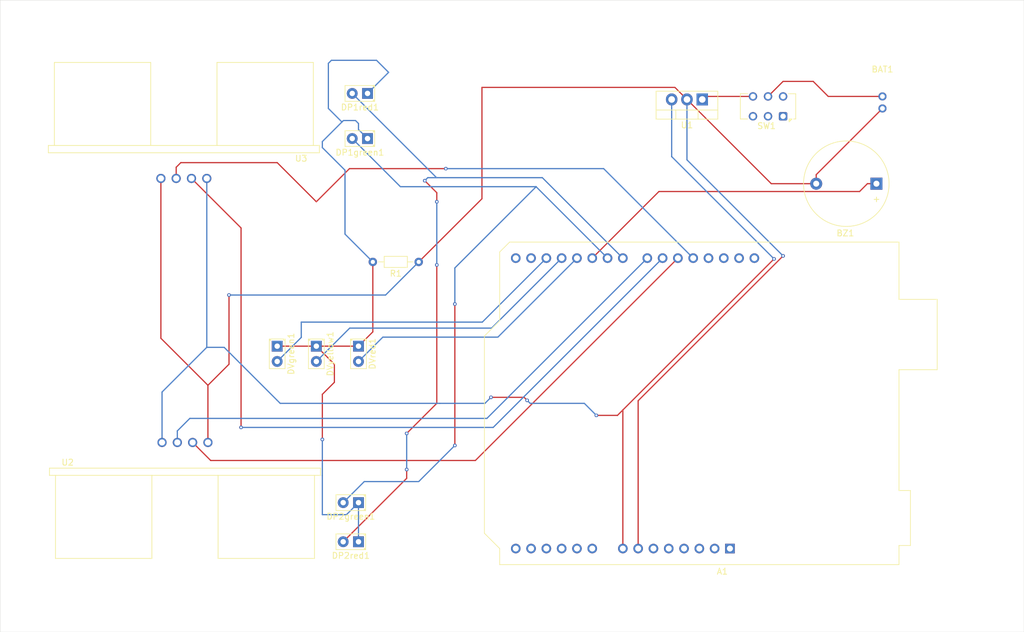
<source format=kicad_pcb>
(kicad_pcb (version 20240108) (generator "pcbnew") (generator_version "8.0")
  (layers (0 "F.Cu" signal) (31 "B.Cu" signal) (34 "B.Paste" user) (35 "F.Paste" user) (36 "B.SilkS" user "B.Silkscreen") (37 "F.SilkS" user "F.Silkscreen") (38 "B.Mask" user) (39 "F.Mask" user) (44 "Edge.Cuts" user))
  (net 0 "")
  (net 1 "Net-(A1-D11)")
  (net 6 "Net-(A1-D9)")
  (net 10 "+5V")
  (net 13 "Net-(A1-D6)")
  (net 18 "GND")
  (net 19 "Net-(A1-D4)")
  (net 23 "Net-(A1-D5)")
  (net 25 "Net-(A1-D8)")
  (net 26 "Net-(A1-D7)")
  (net 27 "Net-(A1-D2)")
  (net 28 "Net-(A1-D3)")
  (net 30 "Net-(A1-D10)")
  (net 31 "+9V")
  (net 33 "Net-(U1-VI)")
  (net 37 "Net-(DP1green1-K)")
  (footprint "LED_THT:LED_D2.0mm_W4.8mm_H2.5mm_FlatTop" (layer "F.Cu") (at 139 42.5 180)
    (property "Reference" "DP1red1" (at 1.27 -2.31 0) (layer "F.SilkS"))
    (property "Value" "LED")
    (fp_line (start 3.73 -1.31) (end 3.73 1.31) (stroke (width 0.12)) (layer "F.SilkS"))
    (fp_line (start -0.95 1.08) (end -0.95 1.31) (stroke (width 0.12)) (layer "F.SilkS"))
    (fp_line (start -0.95 -1.31) (end -0.95 -1.08) (stroke (width 0.12)) (layer "F.SilkS"))
    (fp_line (start -1.07 1.08) (end -1.07 1.31) (stroke (width 0.12)) (layer "F.SilkS"))
    (fp_line (start -1.07 -1.31) (end -1.07 -1.08) (stroke (width 0.12)) (layer "F.SilkS"))
    (fp_line (start -1.19 1.31) (end 3.73 1.31) (stroke (width 0.12)) (layer "F.SilkS"))
    (fp_line (start -1.19 -1.31) (end 3.73 -1.31) (stroke (width 0.12)) (layer "F.SilkS"))
    (fp_line (start -1.19 -1.31) (end -1.19 1.31) (stroke (width 0.12)) (layer "F.SilkS"))
    (pad "1" thru_hole rect (at 0 0 180) (size 1.8 1.8) (drill 0.9) (layers "*.Cu" "*.Mask") (net 37 "Net-(DP1green1-K)"))
    (pad "2" thru_hole circle (at 2.54 0 180) (size 1.8 1.8) (drill 0.9) (layers "*.Cu" "*.Mask") (net 26 "Net-(A1-D7)"))
  )
  (footprint "HC-SR04:XCVR_HC-SR04" (layer "F.Cu") (at 108.69 100.5)
    (property "Reference" "U2" (at -19.48505 3.31671 0) (layer "F.SilkS") (effects (font (size 1.00052 1.00052))))
    (property "Value" "HC-SR04")
    (fp_line (start -22.5 4.27) (end 22.5 4.27) (stroke (width 0.127)) (layer "F.SilkS"))
    (fp_line (start -22.5 5.47) (end -22.5 4.27) (stroke (width 0.127)) (layer "F.SilkS"))
    (fp_line (start -21.5 5.47) (end -22.5 5.47) (stroke (width 0.127)) (layer "F.SilkS"))
    (fp_line (start -21.5 5.47) (end -21.5 19.27) (stroke (width 0.127)) (layer "F.SilkS"))
    (fp_line (start -21.5 19.27) (end -5.5 19.27) (stroke (width 0.127)) (layer "F.SilkS"))
    (fp_line (start -5.5 5.47) (end -21.5 5.47) (stroke (width 0.127)) (layer "F.SilkS"))
    (fp_line (start -5.5 5.47) (end -5.5 19.27) (stroke (width 0.127)) (layer "F.SilkS"))
    (fp_line (start 5.5 5.47) (end -5.5 5.47) (stroke (width 0.127)) (layer "F.SilkS"))
    (fp_line (start 5.5 5.47) (end 5.5 19.27) (stroke (width 0.127)) (layer "F.SilkS"))
    (fp_line (start 5.5 19.27) (end 21.5 19.27) (stroke (width 0.127)) (layer "F.SilkS"))
    (fp_line (start 21.5 5.47) (end 5.5 5.47) (stroke (width 0.127)) (layer "F.SilkS"))
    (fp_line (start 21.5 5.47) (end 21.5 19.27) (stroke (width 0.127)) (layer "F.SilkS"))
    (fp_line (start 22.5 4.27) (end 22.5 5.47) (stroke (width 0.127)) (layer "F.SilkS"))
    (fp_line (start 22.5 5.47) (end 21.5 5.47) (stroke (width 0.127)) (layer "F.SilkS"))
    (pad "1" thru_hole circle (at -3.81 0) (size 1.53 1.53) (drill 1.02) (layers "*.Cu" "*.Mask") (net 10 "+5V"))
    (pad "2" thru_hole circle (at -1.27 0) (size 1.53 1.53) (drill 1.02) (layers "*.Cu" "*.Mask") (net 25 "Net-(A1-D8)"))
    (pad "3" thru_hole circle (at 1.27 0) (size 1.53 1.53) (drill 1.02) (layers "*.Cu" "*.Mask") (net 30 "Net-(A1-D10)"))
    (pad "4" thru_hole circle (at 3.81 0) (size 1.53 1.53) (drill 1.02) (layers "*.Cu" "*.Mask") (net 18 "GND"))
  )
  (footprint "! Grobotronics:Battery_Clip_9V" (layer "F.Cu") (at 224.5 43.5)
    (property "Reference" "BAT1" (at 0 -5 0) (layer "F.SilkS"))
    (property "Value" "Battery Clip 9V" (hide yes))
    (pad "+" thru_hole oval (at 0 -0.5) (size 1.35 1.35) (drill 0.8) (layers "*.Cu" "*.Mask") (net 31 "+9V"))
    (pad "-" thru_hole oval (at 0 1.5) (size 1.35 1.35) (drill 0.8) (layers "*.Cu" "*.Mask") (net 18 "GND"))
  )
  (footprint "LED_THT:LED_D2.0mm_W4.8mm_H2.5mm_FlatTop" (layer "F.Cu") (at 137.5 110.5 180)
    (property "Reference" "DP2green1" (at 1.27 -2.31 0) (layer "F.SilkS"))
    (property "Value" "LED")
    (fp_line (start 3.73 -1.31) (end 3.73 1.31) (stroke (width 0.12)) (layer "F.SilkS"))
    (fp_line (start -0.95 1.08) (end -0.95 1.31) (stroke (width 0.12)) (layer "F.SilkS"))
    (fp_line (start -0.95 -1.31) (end -0.95 -1.08) (stroke (width 0.12)) (layer "F.SilkS"))
    (fp_line (start -1.07 1.08) (end -1.07 1.31) (stroke (width 0.12)) (layer "F.SilkS"))
    (fp_line (start -1.07 -1.31) (end -1.07 -1.08) (stroke (width 0.12)) (layer "F.SilkS"))
    (fp_line (start -1.19 1.31) (end 3.73 1.31) (stroke (width 0.12)) (layer "F.SilkS"))
    (fp_line (start -1.19 -1.31) (end 3.73 -1.31) (stroke (width 0.12)) (layer "F.SilkS"))
    (fp_line (start -1.19 -1.31) (end -1.19 1.31) (stroke (width 0.12)) (layer "F.SilkS"))
    (pad "1" thru_hole rect (at 0 0 180) (size 1.8 1.8) (drill 0.9) (layers "*.Cu" "*.Mask") (net 37 "Net-(DP1green1-K)"))
    (pad "2" thru_hole circle (at 2.54 0 180) (size 1.8 1.8) (drill 0.9) (layers "*.Cu" "*.Mask") (net 13 "Net-(A1-D6)"))
  )
  (footprint "Buzzer_Beeper:Buzzer_D14mm_H7mm_P10mm" (layer "F.Cu") (at 223.5 57.5 180)
    (property "Reference" "BZ1" (at 5.16 -8.23 0) (layer "F.SilkS"))
    (property "Value" "Buzzer")
    (fp_circle (center 5 0) (end 12.1 0) (stroke (width 0.12)) (fill none) (layer "F.SilkS"))
    (fp_text user "+" (at -0.01 -2.54 0) (layer "F.SilkS"))
    (pad "1" thru_hole rect (at 0 0 180) (size 2 2) (drill 1) (layers "*.Cu" "*.Mask") (net 23 "Net-(A1-D5)"))
    (pad "2" thru_hole circle (at 10 0 180) (size 2 2) (drill 1) (layers "*.Cu" "*.Mask") (net 18 "GND"))
  )
  (footprint "LED_THT:LED_D2.0mm_W4.8mm_H2.5mm_FlatTop" (layer "F.Cu") (at 130.5 84.5 -90)
    (property "Reference" "DVyellow1" (at 1.27 -2.31 90) (layer "F.SilkS"))
    (property "Value" "LED")
    (fp_line (start -1.19 1.31) (end 3.73 1.31) (stroke (width 0.12)) (layer "F.SilkS"))
    (fp_line (start -1.07 1.08) (end -1.07 1.31) (stroke (width 0.12)) (layer "F.SilkS"))
    (fp_line (start -0.95 1.08) (end -0.95 1.31) (stroke (width 0.12)) (layer "F.SilkS"))
    (fp_line (start -1.19 -1.31) (end -1.19 1.31) (stroke (width 0.12)) (layer "F.SilkS"))
    (fp_line (start -1.19 -1.31) (end 3.73 -1.31) (stroke (width 0.12)) (layer "F.SilkS"))
    (fp_line (start -1.07 -1.31) (end -1.07 -1.08) (stroke (width 0.12)) (layer "F.SilkS"))
    (fp_line (start -0.95 -1.31) (end -0.95 -1.08) (stroke (width 0.12)) (layer "F.SilkS"))
    (fp_line (start 3.73 -1.31) (end 3.73 1.31) (stroke (width 0.12)) (layer "F.SilkS"))
    (pad "1" thru_hole rect (at 0 0 270) (size 1.8 1.8) (drill 0.9) (layers "*.Cu" "*.Mask") (net 37 "Net-(DP1green1-K)"))
    (pad "2" thru_hole circle (at 2.54 0 270) (size 1.8 1.8) (drill 0.9) (layers "*.Cu" "*.Mask") (net 28 "Net-(A1-D3)"))
  )
  (footprint "Resistor_THT:R_Axial_DIN0204_L3.6mm_D1.6mm_P7.62mm_Horizontal" (layer "F.Cu") (at 147.5 70.5 180)
    (property "Reference" "R1" (at 3.81 -1.92 0) (layer "F.SilkS"))
    (property "Value" "100Ω")
    (fp_line (start 6.68 0) (end 5.73 0) (stroke (width 0.12)) (layer "F.SilkS"))
    (fp_line (start 5.73 0.92) (end 5.73 -0.92) (stroke (width 0.12)) (layer "F.SilkS"))
    (fp_line (start 5.73 -0.92) (end 1.89 -0.92) (stroke (width 0.12)) (layer "F.SilkS"))
    (fp_line (start 1.89 0.92) (end 5.73 0.92) (stroke (width 0.12)) (layer "F.SilkS"))
    (fp_line (start 1.89 -0.92) (end 1.89 0.92) (stroke (width 0.12)) (layer "F.SilkS"))
    (fp_line (start 0.94 0) (end 1.89 0) (stroke (width 0.12)) (layer "F.SilkS"))
    (pad "1" thru_hole circle (at 0 0 180) (size 1.4 1.4) (drill 0.7) (layers "*.Cu" "*.Mask") (net 18 "GND"))
    (pad "2" thru_hole oval (at 7.62 0 180) (size 1.4 1.4) (drill 0.7) (layers "*.Cu" "*.Mask") (net 37 "Net-(DP1green1-K)"))
  )
  (footprint "Module:Arduino_UNO_R2" (layer "F.Cu") (at 199.175 118.13 180)
    (property "Reference" "A1" (at 1.27 -3.81 0) (layer "F.SilkS"))
    (property "Value" "Arduino_UNO_R2")
    (fp_line (start 40.77 35.31) (end 40.77 2.54) (stroke (width 0.12)) (layer "F.SilkS"))
    (fp_line (start 40.77 2.54) (end 38.23 0) (stroke (width 0.12)) (layer "F.SilkS"))
    (fp_line (start 38.23 49.28) (end 38.23 37.85) (stroke (width 0.12)) (layer "F.SilkS"))
    (fp_line (start 38.23 37.85) (end 40.77 35.31) (stroke (width 0.12)) (layer "F.SilkS"))
    (fp_line (start 38.23 0) (end 38.23 -2.67) (stroke (width 0.12)) (layer "F.SilkS"))
    (fp_line (start 38.23 -2.67) (end -28.07 -2.67) (stroke (width 0.12)) (layer "F.SilkS"))
    (fp_line (start 36.58 50.93) (end 38.23 49.28) (stroke (width 0.12)) (layer "F.SilkS"))
    (fp_line (start -28.07 50.93) (end 36.58 50.93) (stroke (width 0.12)) (layer "F.SilkS"))
    (fp_line (start -28.07 41.4) (end -28.07 50.93) (stroke (width 0.12)) (layer "F.SilkS"))
    (fp_line (start -28.07 29.72) (end -34.42 29.72) (stroke (width 0.12)) (layer "F.SilkS"))
    (fp_line (start -28.07 9.65) (end -28.07 29.72) (stroke (width 0.12)) (layer "F.SilkS"))
    (fp_line (start -28.07 0.51) (end -29.97 0.51) (stroke (width 0.12)) (layer "F.SilkS"))
    (fp_line (start -28.07 -2.67) (end -28.07 0.51) (stroke (width 0.12)) (layer "F.SilkS"))
    (fp_line (start -29.97 9.65) (end -28.07 9.65) (stroke (width 0.12)) (layer "F.SilkS"))
    (fp_line (start -29.97 0.51) (end -29.97 9.65) (stroke (width 0.12)) (layer "F.SilkS"))
    (fp_line (start -34.42 41.4) (end -28.07 41.4) (stroke (width 0.12)) (layer "F.SilkS"))
    (fp_line (start -34.42 29.72) (end -34.42 41.4) (stroke (width 0.12)) (layer "F.SilkS"))
    (pad "1" thru_hole rect (at 0 0 270) (size 1.6 1.6) (drill 1) (layers "*.Cu" "*.Mask"))
    (pad "2" thru_hole oval (at 2.54 0 270) (size 1.6 1.6) (drill 1) (layers "*.Cu" "*.Mask"))
    (pad "3" thru_hole oval (at 5.08 0 270) (size 1.6 1.6) (drill 1) (layers "*.Cu" "*.Mask"))
    (pad "4" thru_hole oval (at 7.62 0 270) (size 1.6 1.6) (drill 1) (layers "*.Cu" "*.Mask"))
    (pad "5" thru_hole oval (at 10.16 0 270) (size 1.6 1.6) (drill 1) (layers "*.Cu" "*.Mask"))
    (pad "6" thru_hole oval (at 12.7 0 270) (size 1.6 1.6) (drill 1) (layers "*.Cu" "*.Mask"))
    (pad "7" thru_hole oval (at 15.24 0 270) (size 1.6 1.6) (drill 1) (layers "*.Cu" "*.Mask") (net 18 "GND"))
    (pad "8" thru_hole oval (at 17.78 0 270) (size 1.6 1.6) (drill 1) (layers "*.Cu" "*.Mask") (net 10 "+5V"))
    (pad "9" thru_hole oval (at 22.86 0 270) (size 1.6 1.6) (drill 1) (layers "*.Cu" "*.Mask"))
    (pad "10" thru_hole oval (at 25.4 0 270) (size 1.6 1.6) (drill 1) (layers "*.Cu" "*.Mask"))
    (pad "11" thru_hole oval (at 27.94 0 270) (size 1.6 1.6) (drill 1) (layers "*.Cu" "*.Mask"))
    (pad "12" thru_hole oval (at 30.48 0 270) (size 1.6 1.6) (drill 1) (layers "*.Cu" "*.Mask"))
    (pad "13" thru_hole oval (at 33.02 0 270) (size 1.6 1.6) (drill 1) (layers "*.Cu" "*.Mask"))
    (pad "14" thru_hole oval (at 35.56 0 270) (size 1.6 1.6) (drill 1) (layers "*.Cu" "*.Mask"))
    (pad "15" thru_hole oval (at 35.56 48.26 270) (size 1.6 1.6) (drill 1) (layers "*.Cu" "*.Mask"))
    (pad "16" thru_hole oval (at 33.02 48.26 270) (size 1.6 1.6) (drill 1) (layers "*.Cu" "*.Mask"))
    (pad "17" thru_hole oval (at 30.48 48.26 270) (size 1.6 1.6) (drill 1) (layers "*.Cu" "*.Mask") (net 27 "Net-(A1-D2)"))
    (pad "18" thru_hole oval (at 27.94 48.26 270) (size 1.6 1.6) (drill 1) (layers "*.Cu" "*.Mask") (net 28 "Net-(A1-D3)"))
    (pad "19" thru_hole oval (at 25.4 48.26 270) (size 1.6 1.6) (drill 1) (layers "*.Cu" "*.Mask") (net 19 "Net-(A1-D4)"))
    (pad "20" thru_hole oval (at 22.86 48.26 270) (size 1.6 1.6) (drill 1) (layers "*.Cu" "*.Mask") (net 23 "Net-(A1-D5)"))
    (pad "21" thru_hole oval (at 20.32 48.26 270) (size 1.6 1.6) (drill 1) (layers "*.Cu" "*.Mask") (net 13 "Net-(A1-D6)"))
    (pad "22" thru_hole oval (at 17.78 48.26 270) (size 1.6 1.6) (drill 1) (layers "*.Cu" "*.Mask") (net 26 "Net-(A1-D7)"))
    (pad "23" thru_hole oval (at 13.72 48.26 270) (size 1.6 1.6) (drill 1) (layers "*.Cu" "*.Mask") (net 25 "Net-(A1-D8)"))
    (pad "24" thru_hole oval (at 11.18 48.26 270) (size 1.6 1.6) (drill 1) (layers "*.Cu" "*.Mask") (net 6 "Net-(A1-D9)"))
    (pad "25" thru_hole oval (at 8.64 48.26 270) (size 1.6 1.6) (drill 1) (layers "*.Cu" "*.Mask") (net 30 "Net-(A1-D10)"))
    (pad "26" thru_hole oval (at 6.1 48.26 270) (size 1.6 1.6) (drill 1) (layers "*.Cu" "*.Mask") (net 1 "Net-(A1-D11)"))
    (pad "27" thru_hole oval (at 3.56 48.26 270) (size 1.6 1.6) (drill 1) (layers "*.Cu" "*.Mask"))
    (pad "28" thru_hole oval (at 1.02 48.26 270) (size 1.6 1.6) (drill 1) (layers "*.Cu" "*.Mask"))
    (pad "29" thru_hole oval (at -1.52 48.26 270) (size 1.6 1.6) (drill 1) (layers "*.Cu" "*.Mask"))
    (pad "30" thru_hole oval (at -4.06 48.26 270) (size 1.6 1.6) (drill 1) (layers "*.Cu" "*.Mask"))
  )
  (footprint "LED_THT:LED_D2.0mm_W4.8mm_H2.5mm_FlatTop" (layer "F.Cu") (at 137.5 84.5 -90)
    (property "Reference" "DVred1" (at 1.27 -2.31 90) (layer "F.SilkS"))
    (property "Value" "LED")
    (fp_line (start -1.19 1.31) (end 3.73 1.31) (stroke (width 0.12)) (layer "F.SilkS"))
    (fp_line (start -1.07 1.08) (end -1.07 1.31) (stroke (width 0.12)) (layer "F.SilkS"))
    (fp_line (start -0.95 1.08) (end -0.95 1.31) (stroke (width 0.12)) (layer "F.SilkS"))
    (fp_line (start -1.19 -1.31) (end -1.19 1.31) (stroke (width 0.12)) (layer "F.SilkS"))
    (fp_line (start -1.19 -1.31) (end 3.73 -1.31) (stroke (width 0.12)) (layer "F.SilkS"))
    (fp_line (start -1.07 -1.31) (end -1.07 -1.08) (stroke (width 0.12)) (layer "F.SilkS"))
    (fp_line (start -0.95 -1.31) (end -0.95 -1.08) (stroke (width 0.12)) (layer "F.SilkS"))
    (fp_line (start 3.73 -1.31) (end 3.73 1.31) (stroke (width 0.12)) (layer "F.SilkS"))
    (pad "1" thru_hole rect (at 0 0 270) (size 1.8 1.8) (drill 0.9) (layers "*.Cu" "*.Mask") (net 37 "Net-(DP1green1-K)"))
    (pad "2" thru_hole circle (at 2.54 0 270) (size 1.8 1.8) (drill 0.9) (layers "*.Cu" "*.Mask") (net 19 "Net-(A1-D4)"))
  )
  (footprint "Button_Switch_THT:SW_CK_JS202011CQN_DPDT_Straight" (layer "F.Cu") (at 208 46.3 180)
    (property "Reference" "SW1" (at 2.75 -1.6 0) (layer "F.SilkS"))
    (property "Value" "Slide_Switch_DPDT_ON-ON_0.3A/6VDC" (hide yes))
    (fp_line (start 7.1 3.75) (end 5.9 3.75) (stroke (width 0.12)) (layer "F.SilkS"))
    (fp_line (start 7.1 -0.45) (end 7.1 3.75) (stroke (width 0.12)) (layer "F.SilkS"))
    (fp_line (start 5.9 -0.45) (end 7.1 -0.45) (stroke (width 0.12)) (layer "F.SilkS"))
    (fp_line (start -1.75 -0.45) (end -2.1 -0.45) (stroke (width 0.12)) (layer "F.SilkS"))
    (fp_line (start -2.1 3.75) (end -0.9 3.75) (stroke (width 0.12)) (layer "F.SilkS"))
    (fp_line (start -2.1 -0.45) (end -2.1 3.75) (stroke (width 0.12)) (layer "F.SilkS"))
    (fp_poly (pts (xy -1 -0.45) (xy -1.48 -0.45) (xy -1 -0.93) (xy -1 -0.45)) (stroke (width 0.12)) (fill solid) (layer "F.SilkS"))
    (pad "1" thru_hole roundrect (at 0 0 180) (size 1.4 1.4) (drill 0.9) (layers "*.Cu" "*.Mask") (roundrect_rratio 0.1785714286))
    (pad "2" thru_hole circle (at 2.5 0 180) (size 1.4 1.4) (drill 0.9) (layers "*.Cu" "*.Mask"))
    (pad "3" thru_hole circle (at 5 0 180) (size 1.4 1.4) (drill 0.9) (layers "*.Cu" "*.Mask"))
    (pad "4" thru_hole circle (at 5 3.3 180) (size 1.4 1.4) (drill 0.9) (layers "*.Cu" "*.Mask") (net 33 "Net-(U1-VI)"))
    (pad "5" thru_hole circle (at 2.5 3.3 180) (size 1.4 1.4) (drill 0.9) (layers "*.Cu" "*.Mask") (net 31 "+9V"))
    (pad "6" thru_hole circle (at 0 3.3 180) (size 1.4 1.4) (drill 0.9) (layers "*.Cu" "*.Mask"))
  )
  (footprint "LED_THT:LED_D2.0mm_W4.8mm_H2.5mm_FlatTop" (layer "F.Cu") (at 124 84.5 -90)
    (property "Reference" "DVgreen1" (at 1.27 -2.31 90) (layer "F.SilkS"))
    (property "Value" "LED")
    (fp_line (start -1.19 1.31) (end 3.73 1.31) (stroke (width 0.12)) (layer "F.SilkS"))
    (fp_line (start -1.07 1.08) (end -1.07 1.31) (stroke (width 0.12)) (layer "F.SilkS"))
    (fp_line (start -0.95 1.08) (end -0.95 1.31) (stroke (width 0.12)) (layer "F.SilkS"))
    (fp_line (start -1.19 -1.31) (end -1.19 1.31) (stroke (width 0.12)) (layer "F.SilkS"))
    (fp_line (start -1.19 -1.31) (end 3.73 -1.31) (stroke (width 0.12)) (layer "F.SilkS"))
    (fp_line (start -1.07 -1.31) (end -1.07 -1.08) (stroke (width 0.12)) (layer "F.SilkS"))
    (fp_line (start -0.95 -1.31) (end -0.95 -1.08) (stroke (width 0.12)) (layer "F.SilkS"))
    (fp_line (start 3.73 -1.31) (end 3.73 1.31) (stroke (width 0.12)) (layer "F.SilkS"))
    (pad "1" thru_hole rect (at 0 0 270) (size 1.8 1.8) (drill 0.9) (layers "*.Cu" "*.Mask") (net 37 "Net-(DP1green1-K)"))
    (pad "2" thru_hole circle (at 2.54 0 270) (size 1.8 1.8) (drill 0.9) (layers "*.Cu" "*.Mask") (net 27 "Net-(A1-D2)"))
  )
  (footprint "LED_THT:LED_D2.0mm_W4.8mm_H2.5mm_FlatTop" (layer "F.Cu") (at 139 50 180)
    (property "Reference" "DP1green1" (at 1.27 -2.31 0) (layer "F.SilkS"))
    (property "Value" "LED")
    (fp_line (start 3.73 -1.31) (end 3.73 1.31) (stroke (width 0.12)) (layer "F.SilkS"))
    (fp_line (start -0.95 1.08) (end -0.95 1.31) (stroke (width 0.12)) (layer "F.SilkS"))
    (fp_line (start -0.95 -1.31) (end -0.95 -1.08) (stroke (width 0.12)) (layer "F.SilkS"))
    (fp_line (start -1.07 1.08) (end -1.07 1.31) (stroke (width 0.12)) (layer "F.SilkS"))
    (fp_line (start -1.07 -1.31) (end -1.07 -1.08) (stroke (width 0.12)) (layer "F.SilkS"))
    (fp_line (start -1.19 1.31) (end 3.73 1.31) (stroke (width 0.12)) (layer "F.SilkS"))
    (fp_line (start -1.19 -1.31) (end 3.73 -1.31) (stroke (width 0.12)) (layer "F.SilkS"))
    (fp_line (start -1.19 -1.31) (end -1.19 1.31) (stroke (width 0.12)) (layer "F.SilkS"))
    (pad "1" thru_hole rect (at 0 0 180) (size 1.8 1.8) (drill 0.9) (layers "*.Cu" "*.Mask") (net 37 "Net-(DP1green1-K)"))
    (pad "2" thru_hole circle (at 2.54 0 180) (size 1.8 1.8) (drill 0.9) (layers "*.Cu" "*.Mask") (net 13 "Net-(A1-D6)"))
  )
  (footprint "HC-SR04:XCVR_HC-SR04" (layer "F.Cu") (at 108.5 56.625 180)
    (property "Reference" "U3" (at -19.48505 3.31671 0) (layer "F.SilkS") (effects (font (size 1.00052 1.00052))))
    (property "Value" "HC-SR04")
    (fp_line (start 22.5 5.47) (end 21.5 5.47) (stroke (width 0.127)) (layer "F.SilkS"))
    (fp_line (start 22.5 4.27) (end 22.5 5.47) (stroke (width 0.127)) (layer "F.SilkS"))
    (fp_line (start 21.5 5.47) (end 21.5 19.27) (stroke (width 0.127)) (layer "F.SilkS"))
    (fp_line (start 21.5 5.47) (end 5.5 5.47) (stroke (width 0.127)) (layer "F.SilkS"))
    (fp_line (start 5.5 19.27) (end 21.5 19.27) (stroke (width 0.127)) (layer "F.SilkS"))
    (fp_line (start 5.5 5.47) (end 5.5 19.27) (stroke (width 0.127)) (layer "F.SilkS"))
    (fp_line (start 5.5 5.47) (end -5.5 5.47) (stroke (width 0.127)) (layer "F.SilkS"))
    (fp_line (start -5.5 5.47) (end -5.5 19.27) (stroke (width 0.127)) (layer "F.SilkS"))
    (fp_line (start -5.5 5.47) (end -21.5 5.47) (stroke (width 0.127)) (layer "F.SilkS"))
    (fp_line (start -21.5 19.27) (end -5.5 19.27) (stroke (width 0.127)) (layer "F.SilkS"))
    (fp_line (start -21.5 5.47) (end -21.5 19.27) (stroke (width 0.127)) (layer "F.SilkS"))
    (fp_line (start -21.5 5.47) (end -22.5 5.47) (stroke (width 0.127)) (layer "F.SilkS"))
    (fp_line (start -22.5 5.47) (end -22.5 4.27) (stroke (width 0.127)) (layer "F.SilkS"))
    (fp_line (start -22.5 4.27) (end 22.5 4.27) (stroke (width 0.127)) (layer "F.SilkS"))
    (pad "1" thru_hole circle (at -3.81 0 180) (size 1.53 1.53) (drill 1.02) (layers "*.Cu" "*.Mask") (net 10 "+5V"))
    (pad "2" thru_hole circle (at -1.27 0 180) (size 1.53 1.53) (drill 1.02) (layers "*.Cu" "*.Mask") (net 6 "Net-(A1-D9)"))
    (pad "3" thru_hole circle (at 1.27 0 180) (size 1.53 1.53) (drill 1.02) (layers "*.Cu" "*.Mask") (net 1 "Net-(A1-D11)"))
    (pad "4" thru_hole circle (at 3.81 0 180) (size 1.53 1.53) (drill 1.02) (layers "*.Cu" "*.Mask") (net 18 "GND"))
  )
  (footprint "Package_TO_SOT_THT:TO-220-3_Vertical" (layer "F.Cu") (at 194.58 43.5 180)
    (property "Reference" "U1" (at 2.54 -4.27 0) (layer "F.SilkS"))
    (property "Value" "DC-DC_Converter_Step-Down_5V_1A" (hide yes))
    (fp_line (start 7.66 -3.27) (end 7.66 1.371) (stroke (width 0.12)) (layer "F.SilkS"))
    (fp_line (start 4.391 -3.27) (end 4.391 -1.76) (stroke (width 0.12)) (layer "F.SilkS"))
    (fp_line (start 0.69 -3.27) (end 0.69 -1.76) (stroke (width 0.12)) (layer "F.SilkS"))
    (fp_line (start -2.58 1.371) (end 7.66 1.371) (stroke (width 0.12)) (layer "F.SilkS"))
    (fp_line (start -2.58 -1.76) (end 7.66 -1.76) (stroke (width 0.12)) (layer "F.SilkS"))
    (fp_line (start -2.58 -3.27) (end 7.66 -3.27) (stroke (width 0.12)) (layer "F.SilkS"))
    (fp_line (start -2.58 -3.27) (end -2.58 1.371) (stroke (width 0.12)) (layer "F.SilkS"))
    (pad "1" thru_hole rect (at 0 0 180) (size 1.905 2) (drill 1.1) (layers "*.Cu" "*.Mask") (net 33 "Net-(U1-VI)"))
    (pad "2" thru_hole oval (at 2.54 0 180) (size 1.905 2) (drill 1.1) (layers "*.Cu" "*.Mask") (net 18 "GND"))
    (pad "3" thru_hole oval (at 5.08 0 180) (size 1.905 2) (drill 1.1) (layers "*.Cu" "*.Mask") (net 10 "+5V"))
  )
  (footprint "LED_THT:LED_D2.0mm_W4.8mm_H2.5mm_FlatTop" (layer "F.Cu") (at 137.5 117 180)
    (property "Reference" "DP2red1" (at 1.27 -2.31 0) (layer "F.SilkS"))
    (property "Value" "LED")
    (fp_line (start 3.73 -1.31) (end 3.73 1.31) (stroke (width 0.12)) (layer "F.SilkS"))
    (fp_line (start -0.95 1.08) (end -0.95 1.31) (stroke (width 0.12)) (layer "F.SilkS"))
    (fp_line (start -0.95 -1.31) (end -0.95 -1.08) (stroke (width 0.12)) (layer "F.SilkS"))
    (fp_line (start -1.07 1.08) (end -1.07 1.31) (stroke (width 0.12)) (layer "F.SilkS"))
    (fp_line (start -1.07 -1.31) (end -1.07 -1.08) (stroke (width 0.12)) (layer "F.SilkS"))
    (fp_line (start -1.19 1.31) (end 3.73 1.31) (stroke (width 0.12)) (layer "F.SilkS"))
    (fp_line (start -1.19 -1.31) (end 3.73 -1.31) (stroke (width 0.12)) (layer "F.SilkS"))
    (fp_line (start -1.19 -1.31) (end -1.19 1.31) (stroke (width 0.12)) (layer "F.SilkS"))
    (pad "1" thru_hole rect (at 0 0 180) (size 1.8 1.8) (drill 0.9) (layers "*.Cu" "*.Mask") (net 37 "Net-(DP1green1-K)"))
    (pad "2" thru_hole circle (at 2.54 0 180) (size 1.8 1.8) (drill 0.9) (layers "*.Cu" "*.Mask") (net 26 "Net-(A1-D7)"))
  )
  (gr_rect (start 78 27) (end 248 132) (stroke (width 0.05)) (fill none) (layer "Edge.Cuts"))
  (segment (start 130.5 60.5) (end 136 55) (width 0.2) (layer "F.Cu") (net 1))
  (segment (start 107.23 54.77) (end 108 54) (width 0.2) (layer "F.Cu") (net 1))
  (segment (start 107.23 56.625) (end 107.23 54.77) (width 0.2) (layer "F.Cu") (net 1))
  (segment (start 124 54) (end 130.5 60.5) (width 0.2) (layer "F.Cu") (net 1))
  (segment (start 108 54) (end 124 54) (width 0.2) (layer "F.Cu") (net 1))
  (segment (start 136 55) (end 152 55) (width 0.2) (layer "F.Cu") (net 1))
  (via (at 152 55) (size 0.6) (drill 0.3) (layers "F.Cu" "B.Cu") (net 1))
  (segment (start 178.205 55) (end 152 55) (width 0.2) (layer "B.Cu") (net 1))
  (segment (start 193.075 69.87) (end 178.205 55) (width 0.2) (layer "B.Cu") (net 1))
  (segment (start 118 98) (end 118 64.855) (width 0.2) (layer "F.Cu") (net 6))
  (segment (start 118 64.855) (end 109.77 56.625) (width 0.2) (layer "F.Cu") (net 6))
  (via (at 118 98) (size 0.6) (drill 0.3) (layers "F.Cu" "B.Cu") (net 6))
  (segment (start 187.995 69.87) (end 159.865 98) (width 0.2) (layer "B.Cu") (net 6))
  (segment (start 159.865 98) (end 118 98) (width 0.2) (layer "B.Cu") (net 6))
  (segment (start 165 93) (end 165.5 93.5) (width 0.2) (layer "F.Cu") (net 10))
  (segment (start 159.5 93) (end 165 93) (width 0.2) (layer "F.Cu") (net 10))
  (segment (start 180.5 96) (end 181.395 95.105) (width 0.2) (layer "F.Cu") (net 10))
  (segment (start 181.395 95.105) (end 181.395 118.13) (width 0.2) (layer "F.Cu") (net 10))
  (segment (start 206.5 70) (end 181.395 95.105) (width 0.2) (layer "F.Cu") (net 10))
  (segment (start 177 96) (end 180.5 96) (width 0.2) (layer "F.Cu") (net 10))
  (via (at 159.5 93) (size 0.6) (drill 0.3) (layers "F.Cu" "B.Cu") (net 10))
  (via (at 177 96) (size 0.6) (drill 0.3) (layers "F.Cu" "B.Cu") (net 10))
  (via (at 206.5 70) (size 0.6) (drill 0.3) (layers "F.Cu" "B.Cu") (net 10))
  (via (at 165.5 93.5) (size 0.6) (drill 0.3) (layers "F.Cu" "B.Cu") (net 10))
  (segment (start 189.5 43.5) (end 189.5 53) (width 0.2) (layer "B.Cu") (net 10))
  (segment (start 189.5 53) (end 206.5 70) (width 0.2) (layer "B.Cu") (net 10))
  (segment (start 166 94) (end 175 94) (width 0.2) (layer "B.Cu") (net 10))
  (segment (start 112.31 84.69) (end 115.19 84.69) (width 0.2) (layer "B.Cu") (net 10))
  (segment (start 151 94) (end 158.5 94) (width 0.2) (layer "B.Cu") (net 10))
  (segment (start 158.5 94) (end 159.5 93) (width 0.2) (layer "B.Cu") (net 10))
  (segment (start 115.19 84.69) (end 124 93.5) (width 0.2) (layer "B.Cu") (net 10))
  (segment (start 124.5 94) (end 151 94) (width 0.2) (layer "B.Cu") (net 10))
  (segment (start 124 93.5) (end 124.5 94) (width 0.2) (layer "B.Cu") (net 10))
  (segment (start 112.31 84.69) (end 104.88 92.12) (width 0.2) (layer "B.Cu") (net 10))
  (segment (start 104.88 92.12) (end 104.88 100.5) (width 0.2) (layer "B.Cu") (net 10))
  (segment (start 165.5 93.5) (end 166 94) (width 0.2) (layer "B.Cu") (net 10))
  (segment (start 175 94) (end 177 96) (width 0.2) (layer "B.Cu") (net 10))
  (segment (start 112.31 56.625) (end 112.31 84.69) (width 0.2) (layer "B.Cu") (net 10))
  (segment (start 153.5 77.5) (end 153.5 101) (width 0.2) (layer "F.Cu") (net 13))
  (via (at 153.5 101) (size 0.6) (drill 0.3) (layers "F.Cu" "B.Cu") (net 13))
  (via (at 153.5 77.5) (size 0.6) (drill 0.3) (layers "F.Cu" "B.Cu") (net 13))
  (segment (start 166.9925 58.0075) (end 153.5 71.5) (width 0.2) (layer "B.Cu") (net 13))
  (segment (start 147.5 107) (end 138.46 107) (width 0.2) (layer "B.Cu") (net 13))
  (segment (start 153.5 101) (end 147.5 107) (width 0.2) (layer "B.Cu") (net 13))
  (segment (start 153.5 71.5) (end 153.5 77.5) (width 0.2) (layer "B.Cu") (net 13))
  (segment (start 166.9925 58.0075) (end 166.985 58) (width 0.2) (layer "B.Cu") (net 13))
  (segment (start 166.985 58) (end 144.46 58) (width 0.2) (layer "B.Cu") (net 13))
  (segment (start 144.46 58) (end 136.46 50) (width 0.2) (layer "B.Cu") (net 13))
  (segment (start 134.96 110.5) (end 138.46 107) (width 0.2) (layer "B.Cu") (net 13))
  (segment (start 178.855 69.87) (end 166.9925 58.0075) (width 0.2) (layer "B.Cu") (net 13))
  (segment (start 147.5 70.5) (end 158 60) (width 0.2) (layer "F.Cu") (net 18))
  (segment (start 112.5 91) (end 116 87.5) (width 0.2) (layer "F.Cu") (net 18))
  (segment (start 208 69.5) (end 183.935 93.565) (width 0.2) (layer "F.Cu") (net 18))
  (segment (start 104.69 83.19) (end 104.69 56.625) (width 0.2) (layer "F.Cu") (net 18))
  (segment (start 190.04 41.5) (end 192.04 43.5) (width 0.2) (layer "F.Cu") (net 18))
  (segment (start 112.5 100.5) (end 112.5 91) (width 0.2) (layer "F.Cu") (net 18))
  (segment (start 213.5 57.5) (end 206.04 57.5) (width 0.2) (layer "F.Cu") (net 18))
  (segment (start 224.5 45) (end 213.5 56) (width 0.2) (layer "F.Cu") (net 18))
  (segment (start 158 60) (end 158 41.5) (width 0.2) (layer "F.Cu") (net 18))
  (segment (start 206.04 57.5) (end 192.04 43.5) (width 0.2) (layer "F.Cu") (net 18))
  (segment (start 116 87.5) (end 116 76) (width 0.2) (layer "F.Cu") (net 18))
  (segment (start 112.5 91) (end 104.69 83.19) (width 0.2) (layer "F.Cu") (net 18))
  (segment (start 158 41.5) (end 190.04 41.5) (width 0.2) (layer "F.Cu") (net 18))
  (segment (start 183.935 93.565) (end 183.935 118.13) (width 0.2) (layer "F.Cu") (net 18))
  (segment (start 213.5 56) (end 213.5 57.5) (width 0.2) (layer "F.Cu") (net 18))
  (via (at 208 69.5) (size 0.6) (drill 0.3) (layers "F.Cu" "B.Cu") (net 18))
  (via (at 116 76) (size 0.6) (drill 0.3) (layers "F.Cu" "B.Cu") (net 18))
  (segment (start 142 76) (end 147.5 70.5) (width 0.2) (layer "B.Cu") (net 18))
  (segment (start 192.04 53.54) (end 208 69.5) (width 0.2) (layer "B.Cu") (net 18))
  (segment (start 116 76) (end 142 76) (width 0.2) (layer "B.Cu") (net 18))
  (segment (start 192.04 43.5) (end 192.04 53.54) (width 0.2) (layer "B.Cu") (net 18))
  (segment (start 173.775 69.87) (end 160.645 83) (width 0.2) (layer "B.Cu") (net 19))
  (segment (start 160.645 83) (end 141.54 83) (width 0.2) (layer "B.Cu") (net 19))
  (segment (start 141.54 83) (end 137.5 87.04) (width 0.2) (layer "B.Cu") (net 19))
  (segment (start 187.385 58.8) (end 176.315 69.87) (width 0.2) (layer "F.Cu") (net 23))
  (segment (start 222 57.5) (end 220.7 58.8) (width 0.2) (layer "F.Cu") (net 23))
  (segment (start 223.5 57.5) (end 222 57.5) (width 0.2) (layer "F.Cu") (net 23))
  (segment (start 220.7 58.8) (end 187.385 58.8) (width 0.2) (layer "F.Cu") (net 23))
  (segment (start 158.825 96.5) (end 109.5 96.5) (width 0.2) (layer "B.Cu") (net 25))
  (segment (start 185.455 69.87) (end 158.825 96.5) (width 0.2) (layer "B.Cu") (net 25))
  (segment (start 109.5 96.5) (end 107.42 98.58) (width 0.2) (layer "B.Cu") (net 25))
  (segment (start 107.42 98.58) (end 107.42 100.5) (width 0.2) (layer "B.Cu") (net 25))
  (segment (start 150.5 94) (end 150.5 71) (width 0.2) (layer "F.Cu") (net 26))
  (segment (start 145.5 106.46) (end 145.5 105) (width 0.2) (layer "F.Cu") (net 26))
  (segment (start 150.5 59) (end 148.5 57) (width 0.2) (layer "F.Cu") (net 26))
  (segment (start 150.5 60.5) (end 150.5 59) (width 0.2) (layer "F.Cu") (net 26))
  (segment (start 134.96 117) (end 145.5 106.46) (width 0.2) (layer "F.Cu") (net 26))
  (segment (start 145.5 99) (end 150.5 94) (width 0.2) (layer "F.Cu") (net 26))
  (via (at 150.5 60.5) (size 0.6) (drill 0.3) (layers "F.Cu" "B.Cu") (net 26))
  (via (at 145.5 99) (size 0.6) (drill 0.3) (layers "F.Cu" "B.Cu") (net 26))
  (via (at 145.5 105) (size 0.6) (drill 0.3) (layers "F.Cu" "B.Cu") (net 26))
  (via (at 150.5 71) (size 0.6) (drill 0.3) (layers "F.Cu" "B.Cu") (net 26))
  (via (at 148.5 57) (size 0.6) (drill 0.3) (layers "F.Cu" "B.Cu") (net 26))
  (segment (start 150.46 56.5) (end 136.46 42.5) (width 0.2) (layer "B.Cu") (net 26))
  (segment (start 145.5 105) (end 145.5 99) (width 0.2) (layer "B.Cu") (net 26))
  (segment (start 148.5 57) (end 149 56.5) (width 0.2) (layer "B.Cu") (net 26))
  (segment (start 181.395 69.87) (end 168.025 56.5) (width 0.2) (layer "B.Cu") (net 26))
  (segment (start 149 56.5) (end 150.46 56.5) (width 0.2) (layer "B.Cu") (net 26))
  (segment (start 168.025 56.5) (end 150.46 56.5) (width 0.2) (layer "B.Cu") (net 26))
  (segment (start 150.5 71) (end 150.5 60.5) (width 0.2) (layer "B.Cu") (net 26))
  (segment (start 128 80.5) (end 128 83.04) (width 0.2) (layer "B.Cu") (net 27))
  (segment (start 168.695 69.87) (end 158.065 80.5) (width 0.2) (layer "B.Cu") (net 27))
  (segment (start 128 83.04) (end 124 87.04) (width 0.2) (layer "B.Cu") (net 27))
  (segment (start 158.065 80.5) (end 128 80.5) (width 0.2) (layer "B.Cu") (net 27))
  (segment (start 171.235 69.87) (end 159.605 81.5) (width 0.2) (layer "B.Cu") (net 28))
  (segment (start 159.605 81.5) (end 136.04 81.5) (width 0.2) (layer "B.Cu") (net 28))
  (segment (start 136.04 81.5) (end 130.5 87.04) (width 0.2) (layer "B.Cu") (net 28))
  (segment (start 112.96 103.5) (end 156.905 103.5) (width 0.2) (layer "F.Cu") (net 30))
  (segment (start 109.96 100.5) (end 112.96 103.5) (width 0.2) (layer "F.Cu") (net 30))
  (segment (start 156.905 103.5) (end 190.535 69.87) (width 0.2) (layer "F.Cu") (net 30))
  (segment (start 213 40.5) (end 208 40.5) (width 0.2) (layer "F.Cu") (net 31))
  (segment (start 215.5 43) (end 213 40.5) (width 0.2) (layer "F.Cu") (net 31))
  (segment (start 224.5 43) (end 215.5 43) (width 0.2) (layer "F.Cu") (net 31))
  (segment (start 208 40.5) (end 205.5 43) (width 0.2) (layer "F.Cu") (net 31))
  (segment (start 203 43) (end 195.08 43) (width 0.2) (layer "F.Cu") (net 33))
  (segment (start 195.08 43) (end 194.58 43.5) (width 0.2) (layer "F.Cu") (net 33))
  (segment (start 195.08 43) (end 194.58 43.5) (width 0.2) (layer "B.Cu") (net 33))
  (segment (start 137.5 84.5) (end 124 84.5) (width 0.2) (layer "F.Cu") (net 37))
  (segment (start 139.88 82.12) (end 137.5 84.5) (width 0.2) (layer "F.Cu") (net 37))
  (segment (start 139.88 70.5) (end 139.88 82.12) (width 0.2) (layer "F.Cu") (net 37))
  (segment (start 131.5 100) (end 131.5 92.5) (width 0.2) (layer "F.Cu") (net 37))
  (segment (start 133.5 90.5) (end 133.5 87.5) (width 0.2) (layer "F.Cu") (net 37))
  (segment (start 131.5 92.5) (end 133.5 90.5) (width 0.2) (layer "F.Cu") (net 37))
  (segment (start 133.5 87.5) (end 130.5 84.5) (width 0.2) (layer "F.Cu") (net 37))
  (via (at 131.5 100) (size 0.6) (drill 0.3) (layers "F.Cu" "B.Cu") (net 37))
  (segment (start 135.26 65.88) (end 135.26 55.26) (width 0.2) (layer "B.Cu") (net 37))
  (segment (start 132.5 45) (end 134.75 47.25) (width 0.2) (layer "B.Cu") (net 37))
  (segment (start 134.5 112.5) (end 131.5 112.5) (width 0.2) (layer "B.Cu") (net 37))
  (segment (start 139 42.5) (end 142.5 39) (width 0.2) (layer "B.Cu") (net 37))
  (segment (start 131.5 106) (end 131.5 100) (width 0.2) (layer "B.Cu") (net 37))
  (segment (start 131.5 50.5) (end 134.75 47.25) (width 0.2) (layer "B.Cu") (net 37))
  (segment (start 132.5 37.5) (end 132.5 45) (width 0.2) (layer "B.Cu") (net 37))
  (segment (start 140.5 37) (end 133 37) (width 0.2) (layer "B.Cu") (net 37))
  (segment (start 137.5 110.5) (end 137.5 117) (width 0.2) (layer "B.Cu") (net 37))
  (segment (start 142.5 39) (end 140.5 37) (width 0.2) (layer "B.Cu") (net 37))
  (segment (start 131.5 112.5) (end 131.5 106) (width 0.2) (layer "B.Cu") (net 37))
  (segment (start 139.88 70.5) (end 135.26 65.88) (width 0.2) (layer "B.Cu") (net 37))
  (segment (start 137.5 48.5) (end 139 50) (width 0.2) (layer "B.Cu") (net 37))
  (segment (start 135.26 55.26) (end 131.5 51.5) (width 0.2) (layer "B.Cu") (net 37))
  (segment (start 137.5 47.5) (end 137.5 48.5) (width 0.2) (layer "B.Cu") (net 37))
  (segment (start 137 47) (end 137.5 47.5) (width 0.2) (layer "B.Cu") (net 37))
  (segment (start 131.5 51.5) (end 131.5 50.5) (width 0.2) (layer "B.Cu") (net 37))
  (segment (start 133 37) (end 132.5 37.5) (width 0.2) (layer "B.Cu") (net 37))
  (segment (start 135.5 112.5) (end 134.5 112.5) (width 0.2) (layer "B.Cu") (net 37))
  (segment (start 135 47) (end 137 47) (width 0.2) (layer "B.Cu") (net 37))
  (segment (start 134.75 47.25) (end 135 47) (width 0.2) (layer "B.Cu") (net 37))
  (segment (start 137.5 110.5) (end 135.5 112.5) (width 0.2) (layer "B.Cu") (net 37))
)
</source>
